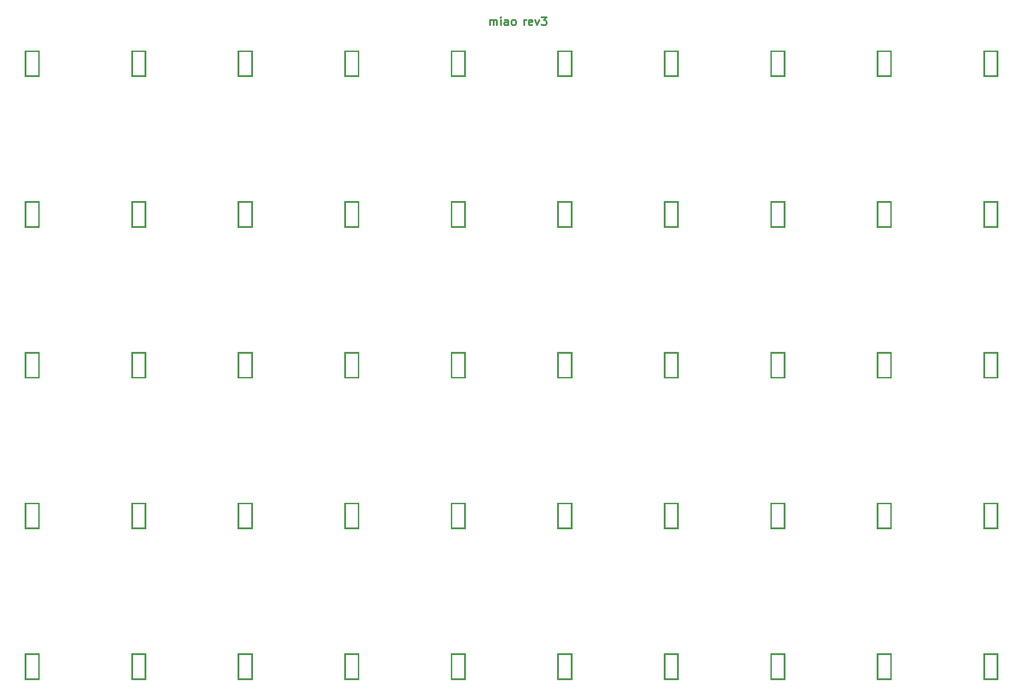
<source format=gto>
G04 #@! TF.GenerationSoftware,KiCad,Pcbnew,7.0.0-da2b9df05c~165~ubuntu22.04.1*
G04 #@! TF.CreationDate,2023-12-10T21:50:17+00:00*
G04 #@! TF.ProjectId,kicad_miao-panel,6b696361-645f-46d6-9961-6f2d70616e65,rev?*
G04 #@! TF.SameCoordinates,Original*
G04 #@! TF.FileFunction,Legend,Top*
G04 #@! TF.FilePolarity,Positive*
%FSLAX46Y46*%
G04 Gerber Fmt 4.6, Leading zero omitted, Abs format (unit mm)*
G04 Created by KiCad (PCBNEW 7.0.0-da2b9df05c~165~ubuntu22.04.1) date 2023-12-10 21:50:17*
%MOMM*%
%LPD*%
G01*
G04 APERTURE LIST*
%ADD10C,0.300000*%
%ADD11C,0.125000*%
G04 APERTURE END LIST*
D10*
X99700000Y143948929D02*
X99700000Y144948929D01*
X99700000Y144806072D02*
X99771429Y144877500D01*
X99771429Y144877500D02*
X99914286Y144948929D01*
X99914286Y144948929D02*
X100128572Y144948929D01*
X100128572Y144948929D02*
X100271429Y144877500D01*
X100271429Y144877500D02*
X100342858Y144734643D01*
X100342858Y144734643D02*
X100342858Y143948929D01*
X100342858Y144734643D02*
X100414286Y144877500D01*
X100414286Y144877500D02*
X100557143Y144948929D01*
X100557143Y144948929D02*
X100771429Y144948929D01*
X100771429Y144948929D02*
X100914286Y144877500D01*
X100914286Y144877500D02*
X100985715Y144734643D01*
X100985715Y144734643D02*
X100985715Y143948929D01*
X101700000Y143948929D02*
X101700000Y144948929D01*
X101700000Y145448929D02*
X101628572Y145377500D01*
X101628572Y145377500D02*
X101700000Y145306072D01*
X101700000Y145306072D02*
X101771429Y145377500D01*
X101771429Y145377500D02*
X101700000Y145448929D01*
X101700000Y145448929D02*
X101700000Y145306072D01*
X103057144Y143948929D02*
X103057144Y144734643D01*
X103057144Y144734643D02*
X102985715Y144877500D01*
X102985715Y144877500D02*
X102842858Y144948929D01*
X102842858Y144948929D02*
X102557144Y144948929D01*
X102557144Y144948929D02*
X102414286Y144877500D01*
X103057144Y144020358D02*
X102914286Y143948929D01*
X102914286Y143948929D02*
X102557144Y143948929D01*
X102557144Y143948929D02*
X102414286Y144020358D01*
X102414286Y144020358D02*
X102342858Y144163215D01*
X102342858Y144163215D02*
X102342858Y144306072D01*
X102342858Y144306072D02*
X102414286Y144448929D01*
X102414286Y144448929D02*
X102557144Y144520358D01*
X102557144Y144520358D02*
X102914286Y144520358D01*
X102914286Y144520358D02*
X103057144Y144591786D01*
X103985715Y143948929D02*
X103842858Y144020358D01*
X103842858Y144020358D02*
X103771429Y144091786D01*
X103771429Y144091786D02*
X103700001Y144234643D01*
X103700001Y144234643D02*
X103700001Y144663215D01*
X103700001Y144663215D02*
X103771429Y144806072D01*
X103771429Y144806072D02*
X103842858Y144877500D01*
X103842858Y144877500D02*
X103985715Y144948929D01*
X103985715Y144948929D02*
X104200001Y144948929D01*
X104200001Y144948929D02*
X104342858Y144877500D01*
X104342858Y144877500D02*
X104414287Y144806072D01*
X104414287Y144806072D02*
X104485715Y144663215D01*
X104485715Y144663215D02*
X104485715Y144234643D01*
X104485715Y144234643D02*
X104414287Y144091786D01*
X104414287Y144091786D02*
X104342858Y144020358D01*
X104342858Y144020358D02*
X104200001Y143948929D01*
X104200001Y143948929D02*
X103985715Y143948929D01*
X106028572Y143948929D02*
X106028572Y144948929D01*
X106028572Y144663215D02*
X106100001Y144806072D01*
X106100001Y144806072D02*
X106171430Y144877500D01*
X106171430Y144877500D02*
X106314287Y144948929D01*
X106314287Y144948929D02*
X106457144Y144948929D01*
X107528572Y144020358D02*
X107385715Y143948929D01*
X107385715Y143948929D02*
X107100001Y143948929D01*
X107100001Y143948929D02*
X106957143Y144020358D01*
X106957143Y144020358D02*
X106885715Y144163215D01*
X106885715Y144163215D02*
X106885715Y144734643D01*
X106885715Y144734643D02*
X106957143Y144877500D01*
X106957143Y144877500D02*
X107100001Y144948929D01*
X107100001Y144948929D02*
X107385715Y144948929D01*
X107385715Y144948929D02*
X107528572Y144877500D01*
X107528572Y144877500D02*
X107600001Y144734643D01*
X107600001Y144734643D02*
X107600001Y144591786D01*
X107600001Y144591786D02*
X106885715Y144448929D01*
X108100000Y144948929D02*
X108457143Y143948929D01*
X108457143Y143948929D02*
X108814286Y144948929D01*
X109242857Y145448929D02*
X110171429Y145448929D01*
X110171429Y145448929D02*
X109671429Y144877500D01*
X109671429Y144877500D02*
X109885714Y144877500D01*
X109885714Y144877500D02*
X110028572Y144806072D01*
X110028572Y144806072D02*
X110100000Y144734643D01*
X110100000Y144734643D02*
X110171429Y144591786D01*
X110171429Y144591786D02*
X110171429Y144234643D01*
X110171429Y144234643D02*
X110100000Y144091786D01*
X110100000Y144091786D02*
X110028572Y144020358D01*
X110028572Y144020358D02*
X109885714Y143948929D01*
X109885714Y143948929D02*
X109457143Y143948929D01*
X109457143Y143948929D02*
X109314286Y144020358D01*
X109314286Y144020358D02*
X109242857Y144091786D01*
D11*
G36*
X16084068Y134329582D02*
G01*
X13270390Y134329582D01*
X13270390Y138956518D01*
X13585952Y138956518D01*
X13585952Y134642213D01*
X15770460Y134642213D01*
X15770460Y138956518D01*
X13585952Y138956518D01*
X13270390Y138956518D01*
X13270390Y139269149D01*
X16084068Y139269149D01*
X16084068Y134329582D01*
G37*
G36*
X35864068Y134329582D02*
G01*
X33050390Y134329582D01*
X33050390Y138956518D01*
X33365952Y138956518D01*
X33365952Y134642213D01*
X35550460Y134642213D01*
X35550460Y138956518D01*
X33365952Y138956518D01*
X33050390Y138956518D01*
X33050390Y139269149D01*
X35864068Y139269149D01*
X35864068Y134329582D01*
G37*
G36*
X55644068Y134329582D02*
G01*
X52830390Y134329582D01*
X52830390Y138956518D01*
X53145952Y138956518D01*
X53145952Y134642213D01*
X55330460Y134642213D01*
X55330460Y138956518D01*
X53145952Y138956518D01*
X52830390Y138956518D01*
X52830390Y139269149D01*
X55644068Y139269149D01*
X55644068Y134329582D01*
G37*
G36*
X75424068Y134329582D02*
G01*
X72610390Y134329582D01*
X72610390Y138956518D01*
X72925952Y138956518D01*
X72925952Y134642213D01*
X75110460Y134642213D01*
X75110460Y138956518D01*
X72925952Y138956518D01*
X72610390Y138956518D01*
X72610390Y139269149D01*
X75424068Y139269149D01*
X75424068Y134329582D01*
G37*
G36*
X95204068Y134329582D02*
G01*
X92390390Y134329582D01*
X92390390Y138956518D01*
X92705952Y138956518D01*
X92705952Y134642213D01*
X94890460Y134642213D01*
X94890460Y138956518D01*
X92705952Y138956518D01*
X92390390Y138956518D01*
X92390390Y139269149D01*
X95204068Y139269149D01*
X95204068Y134329582D01*
G37*
G36*
X114984068Y134329582D02*
G01*
X112170390Y134329582D01*
X112170390Y138956518D01*
X112485952Y138956518D01*
X112485952Y134642213D01*
X114670460Y134642213D01*
X114670460Y138956518D01*
X112485952Y138956518D01*
X112170390Y138956518D01*
X112170390Y139269149D01*
X114984068Y139269149D01*
X114984068Y134329582D01*
G37*
G36*
X134764068Y134329582D02*
G01*
X131950390Y134329582D01*
X131950390Y138956518D01*
X132265952Y138956518D01*
X132265952Y134642213D01*
X134450460Y134642213D01*
X134450460Y138956518D01*
X132265952Y138956518D01*
X131950390Y138956518D01*
X131950390Y139269149D01*
X134764068Y139269149D01*
X134764068Y134329582D01*
G37*
G36*
X154544068Y134329582D02*
G01*
X151730390Y134329582D01*
X151730390Y138956518D01*
X152045952Y138956518D01*
X152045952Y134642213D01*
X154230460Y134642213D01*
X154230460Y138956518D01*
X152045952Y138956518D01*
X151730390Y138956518D01*
X151730390Y139269149D01*
X154544068Y139269149D01*
X154544068Y134329582D01*
G37*
G36*
X174324068Y134329582D02*
G01*
X171510390Y134329582D01*
X171510390Y138956518D01*
X171825952Y138956518D01*
X171825952Y134642213D01*
X174010460Y134642213D01*
X174010460Y138956518D01*
X171825952Y138956518D01*
X171510390Y138956518D01*
X171510390Y139269149D01*
X174324068Y139269149D01*
X174324068Y134329582D01*
G37*
G36*
X194104068Y134329582D02*
G01*
X191290390Y134329582D01*
X191290390Y138956518D01*
X191605952Y138956518D01*
X191605952Y134642213D01*
X193790460Y134642213D01*
X193790460Y138956518D01*
X191605952Y138956518D01*
X191290390Y138956518D01*
X191290390Y139269149D01*
X194104068Y139269149D01*
X194104068Y134329582D01*
G37*
G36*
X16084068Y106329582D02*
G01*
X13270390Y106329582D01*
X13270390Y110956518D01*
X13585952Y110956518D01*
X13585952Y106642213D01*
X15770460Y106642213D01*
X15770460Y110956518D01*
X13585952Y110956518D01*
X13270390Y110956518D01*
X13270390Y111269149D01*
X16084068Y111269149D01*
X16084068Y106329582D01*
G37*
G36*
X35864068Y106329582D02*
G01*
X33050390Y106329582D01*
X33050390Y110956518D01*
X33365952Y110956518D01*
X33365952Y106642213D01*
X35550460Y106642213D01*
X35550460Y110956518D01*
X33365952Y110956518D01*
X33050390Y110956518D01*
X33050390Y111269149D01*
X35864068Y111269149D01*
X35864068Y106329582D01*
G37*
G36*
X55644068Y106329582D02*
G01*
X52830390Y106329582D01*
X52830390Y110956518D01*
X53145952Y110956518D01*
X53145952Y106642213D01*
X55330460Y106642213D01*
X55330460Y110956518D01*
X53145952Y110956518D01*
X52830390Y110956518D01*
X52830390Y111269149D01*
X55644068Y111269149D01*
X55644068Y106329582D01*
G37*
G36*
X75424068Y106329582D02*
G01*
X72610390Y106329582D01*
X72610390Y110956518D01*
X72925952Y110956518D01*
X72925952Y106642213D01*
X75110460Y106642213D01*
X75110460Y110956518D01*
X72925952Y110956518D01*
X72610390Y110956518D01*
X72610390Y111269149D01*
X75424068Y111269149D01*
X75424068Y106329582D01*
G37*
G36*
X95204068Y106329582D02*
G01*
X92390390Y106329582D01*
X92390390Y110956518D01*
X92705952Y110956518D01*
X92705952Y106642213D01*
X94890460Y106642213D01*
X94890460Y110956518D01*
X92705952Y110956518D01*
X92390390Y110956518D01*
X92390390Y111269149D01*
X95204068Y111269149D01*
X95204068Y106329582D01*
G37*
G36*
X114984068Y106329582D02*
G01*
X112170390Y106329582D01*
X112170390Y110956518D01*
X112485952Y110956518D01*
X112485952Y106642213D01*
X114670460Y106642213D01*
X114670460Y110956518D01*
X112485952Y110956518D01*
X112170390Y110956518D01*
X112170390Y111269149D01*
X114984068Y111269149D01*
X114984068Y106329582D01*
G37*
G36*
X134764068Y106329582D02*
G01*
X131950390Y106329582D01*
X131950390Y110956518D01*
X132265952Y110956518D01*
X132265952Y106642213D01*
X134450460Y106642213D01*
X134450460Y110956518D01*
X132265952Y110956518D01*
X131950390Y110956518D01*
X131950390Y111269149D01*
X134764068Y111269149D01*
X134764068Y106329582D01*
G37*
G36*
X154544068Y106329582D02*
G01*
X151730390Y106329582D01*
X151730390Y110956518D01*
X152045952Y110956518D01*
X152045952Y106642213D01*
X154230460Y106642213D01*
X154230460Y110956518D01*
X152045952Y110956518D01*
X151730390Y110956518D01*
X151730390Y111269149D01*
X154544068Y111269149D01*
X154544068Y106329582D01*
G37*
G36*
X174324068Y106329582D02*
G01*
X171510390Y106329582D01*
X171510390Y110956518D01*
X171825952Y110956518D01*
X171825952Y106642213D01*
X174010460Y106642213D01*
X174010460Y110956518D01*
X171825952Y110956518D01*
X171510390Y110956518D01*
X171510390Y111269149D01*
X174324068Y111269149D01*
X174324068Y106329582D01*
G37*
G36*
X194104068Y106329582D02*
G01*
X191290390Y106329582D01*
X191290390Y110956518D01*
X191605952Y110956518D01*
X191605952Y106642213D01*
X193790460Y106642213D01*
X193790460Y110956518D01*
X191605952Y110956518D01*
X191290390Y110956518D01*
X191290390Y111269149D01*
X194104068Y111269149D01*
X194104068Y106329582D01*
G37*
G36*
X16084068Y78329582D02*
G01*
X13270390Y78329582D01*
X13270390Y82956518D01*
X13585952Y82956518D01*
X13585952Y78642213D01*
X15770460Y78642213D01*
X15770460Y82956518D01*
X13585952Y82956518D01*
X13270390Y82956518D01*
X13270390Y83269149D01*
X16084068Y83269149D01*
X16084068Y78329582D01*
G37*
G36*
X35864068Y78329582D02*
G01*
X33050390Y78329582D01*
X33050390Y82956518D01*
X33365952Y82956518D01*
X33365952Y78642213D01*
X35550460Y78642213D01*
X35550460Y82956518D01*
X33365952Y82956518D01*
X33050390Y82956518D01*
X33050390Y83269149D01*
X35864068Y83269149D01*
X35864068Y78329582D01*
G37*
G36*
X55644068Y78329582D02*
G01*
X52830390Y78329582D01*
X52830390Y82956518D01*
X53145952Y82956518D01*
X53145952Y78642213D01*
X55330460Y78642213D01*
X55330460Y82956518D01*
X53145952Y82956518D01*
X52830390Y82956518D01*
X52830390Y83269149D01*
X55644068Y83269149D01*
X55644068Y78329582D01*
G37*
G36*
X75424068Y78329582D02*
G01*
X72610390Y78329582D01*
X72610390Y82956518D01*
X72925952Y82956518D01*
X72925952Y78642213D01*
X75110460Y78642213D01*
X75110460Y82956518D01*
X72925952Y82956518D01*
X72610390Y82956518D01*
X72610390Y83269149D01*
X75424068Y83269149D01*
X75424068Y78329582D01*
G37*
G36*
X95204068Y78329582D02*
G01*
X92390390Y78329582D01*
X92390390Y82956518D01*
X92705952Y82956518D01*
X92705952Y78642213D01*
X94890460Y78642213D01*
X94890460Y82956518D01*
X92705952Y82956518D01*
X92390390Y82956518D01*
X92390390Y83269149D01*
X95204068Y83269149D01*
X95204068Y78329582D01*
G37*
G36*
X114984068Y78329582D02*
G01*
X112170390Y78329582D01*
X112170390Y82956518D01*
X112485952Y82956518D01*
X112485952Y78642213D01*
X114670460Y78642213D01*
X114670460Y82956518D01*
X112485952Y82956518D01*
X112170390Y82956518D01*
X112170390Y83269149D01*
X114984068Y83269149D01*
X114984068Y78329582D01*
G37*
G36*
X134764068Y78329582D02*
G01*
X131950390Y78329582D01*
X131950390Y82956518D01*
X132265952Y82956518D01*
X132265952Y78642213D01*
X134450460Y78642213D01*
X134450460Y82956518D01*
X132265952Y82956518D01*
X131950390Y82956518D01*
X131950390Y83269149D01*
X134764068Y83269149D01*
X134764068Y78329582D01*
G37*
G36*
X154544068Y78329582D02*
G01*
X151730390Y78329582D01*
X151730390Y82956518D01*
X152045952Y82956518D01*
X152045952Y78642213D01*
X154230460Y78642213D01*
X154230460Y82956518D01*
X152045952Y82956518D01*
X151730390Y82956518D01*
X151730390Y83269149D01*
X154544068Y83269149D01*
X154544068Y78329582D01*
G37*
G36*
X174324068Y78329582D02*
G01*
X171510390Y78329582D01*
X171510390Y82956518D01*
X171825952Y82956518D01*
X171825952Y78642213D01*
X174010460Y78642213D01*
X174010460Y82956518D01*
X171825952Y82956518D01*
X171510390Y82956518D01*
X171510390Y83269149D01*
X174324068Y83269149D01*
X174324068Y78329582D01*
G37*
G36*
X194104068Y78329582D02*
G01*
X191290390Y78329582D01*
X191290390Y82956518D01*
X191605952Y82956518D01*
X191605952Y78642213D01*
X193790460Y78642213D01*
X193790460Y82956518D01*
X191605952Y82956518D01*
X191290390Y82956518D01*
X191290390Y83269149D01*
X194104068Y83269149D01*
X194104068Y78329582D01*
G37*
G36*
X16084068Y50329582D02*
G01*
X13270390Y50329582D01*
X13270390Y54956518D01*
X13585952Y54956518D01*
X13585952Y50642213D01*
X15770460Y50642213D01*
X15770460Y54956518D01*
X13585952Y54956518D01*
X13270390Y54956518D01*
X13270390Y55269149D01*
X16084068Y55269149D01*
X16084068Y50329582D01*
G37*
G36*
X35864068Y50329582D02*
G01*
X33050390Y50329582D01*
X33050390Y54956518D01*
X33365952Y54956518D01*
X33365952Y50642213D01*
X35550460Y50642213D01*
X35550460Y54956518D01*
X33365952Y54956518D01*
X33050390Y54956518D01*
X33050390Y55269149D01*
X35864068Y55269149D01*
X35864068Y50329582D01*
G37*
G36*
X55644068Y50329582D02*
G01*
X52830390Y50329582D01*
X52830390Y54956518D01*
X53145952Y54956518D01*
X53145952Y50642213D01*
X55330460Y50642213D01*
X55330460Y54956518D01*
X53145952Y54956518D01*
X52830390Y54956518D01*
X52830390Y55269149D01*
X55644068Y55269149D01*
X55644068Y50329582D01*
G37*
G36*
X75424068Y50329582D02*
G01*
X72610390Y50329582D01*
X72610390Y54956518D01*
X72925952Y54956518D01*
X72925952Y50642213D01*
X75110460Y50642213D01*
X75110460Y54956518D01*
X72925952Y54956518D01*
X72610390Y54956518D01*
X72610390Y55269149D01*
X75424068Y55269149D01*
X75424068Y50329582D01*
G37*
G36*
X95204068Y50329582D02*
G01*
X92390390Y50329582D01*
X92390390Y54956518D01*
X92705952Y54956518D01*
X92705952Y50642213D01*
X94890460Y50642213D01*
X94890460Y54956518D01*
X92705952Y54956518D01*
X92390390Y54956518D01*
X92390390Y55269149D01*
X95204068Y55269149D01*
X95204068Y50329582D01*
G37*
G36*
X114984068Y50329582D02*
G01*
X112170390Y50329582D01*
X112170390Y54956518D01*
X112485952Y54956518D01*
X112485952Y50642213D01*
X114670460Y50642213D01*
X114670460Y54956518D01*
X112485952Y54956518D01*
X112170390Y54956518D01*
X112170390Y55269149D01*
X114984068Y55269149D01*
X114984068Y50329582D01*
G37*
G36*
X134764068Y50329582D02*
G01*
X131950390Y50329582D01*
X131950390Y54956518D01*
X132265952Y54956518D01*
X132265952Y50642213D01*
X134450460Y50642213D01*
X134450460Y54956518D01*
X132265952Y54956518D01*
X131950390Y54956518D01*
X131950390Y55269149D01*
X134764068Y55269149D01*
X134764068Y50329582D01*
G37*
G36*
X154544068Y50329582D02*
G01*
X151730390Y50329582D01*
X151730390Y54956518D01*
X152045952Y54956518D01*
X152045952Y50642213D01*
X154230460Y50642213D01*
X154230460Y54956518D01*
X152045952Y54956518D01*
X151730390Y54956518D01*
X151730390Y55269149D01*
X154544068Y55269149D01*
X154544068Y50329582D01*
G37*
G36*
X174324068Y50329582D02*
G01*
X171510390Y50329582D01*
X171510390Y54956518D01*
X171825952Y54956518D01*
X171825952Y50642213D01*
X174010460Y50642213D01*
X174010460Y54956518D01*
X171825952Y54956518D01*
X171510390Y54956518D01*
X171510390Y55269149D01*
X174324068Y55269149D01*
X174324068Y50329582D01*
G37*
G36*
X194104068Y50329582D02*
G01*
X191290390Y50329582D01*
X191290390Y54956518D01*
X191605952Y54956518D01*
X191605952Y50642213D01*
X193790460Y50642213D01*
X193790460Y54956518D01*
X191605952Y54956518D01*
X191290390Y54956518D01*
X191290390Y55269149D01*
X194104068Y55269149D01*
X194104068Y50329582D01*
G37*
G36*
X16084068Y22329582D02*
G01*
X13270390Y22329582D01*
X13270390Y26956518D01*
X13585952Y26956518D01*
X13585952Y22642213D01*
X15770460Y22642213D01*
X15770460Y26956518D01*
X13585952Y26956518D01*
X13270390Y26956518D01*
X13270390Y27269149D01*
X16084068Y27269149D01*
X16084068Y22329582D01*
G37*
G36*
X35864068Y22329582D02*
G01*
X33050390Y22329582D01*
X33050390Y26956518D01*
X33365952Y26956518D01*
X33365952Y22642213D01*
X35550460Y22642213D01*
X35550460Y26956518D01*
X33365952Y26956518D01*
X33050390Y26956518D01*
X33050390Y27269149D01*
X35864068Y27269149D01*
X35864068Y22329582D01*
G37*
G36*
X55644068Y22329582D02*
G01*
X52830390Y22329582D01*
X52830390Y26956518D01*
X53145952Y26956518D01*
X53145952Y22642213D01*
X55330460Y22642213D01*
X55330460Y26956518D01*
X53145952Y26956518D01*
X52830390Y26956518D01*
X52830390Y27269149D01*
X55644068Y27269149D01*
X55644068Y22329582D01*
G37*
G36*
X75424068Y22329582D02*
G01*
X72610390Y22329582D01*
X72610390Y26956518D01*
X72925952Y26956518D01*
X72925952Y22642213D01*
X75110460Y22642213D01*
X75110460Y26956518D01*
X72925952Y26956518D01*
X72610390Y26956518D01*
X72610390Y27269149D01*
X75424068Y27269149D01*
X75424068Y22329582D01*
G37*
G36*
X95204068Y22329582D02*
G01*
X92390390Y22329582D01*
X92390390Y26956518D01*
X92705952Y26956518D01*
X92705952Y22642213D01*
X94890460Y22642213D01*
X94890460Y26956518D01*
X92705952Y26956518D01*
X92390390Y26956518D01*
X92390390Y27269149D01*
X95204068Y27269149D01*
X95204068Y22329582D01*
G37*
G36*
X114984068Y22329582D02*
G01*
X112170390Y22329582D01*
X112170390Y26956518D01*
X112485952Y26956518D01*
X112485952Y22642213D01*
X114670460Y22642213D01*
X114670460Y26956518D01*
X112485952Y26956518D01*
X112170390Y26956518D01*
X112170390Y27269149D01*
X114984068Y27269149D01*
X114984068Y22329582D01*
G37*
G36*
X134764068Y22329582D02*
G01*
X131950390Y22329582D01*
X131950390Y26956518D01*
X132265952Y26956518D01*
X132265952Y22642213D01*
X134450460Y22642213D01*
X134450460Y26956518D01*
X132265952Y26956518D01*
X131950390Y26956518D01*
X131950390Y27269149D01*
X134764068Y27269149D01*
X134764068Y22329582D01*
G37*
G36*
X154544068Y22329582D02*
G01*
X151730390Y22329582D01*
X151730390Y26956518D01*
X152045952Y26956518D01*
X152045952Y22642213D01*
X154230460Y22642213D01*
X154230460Y26956518D01*
X152045952Y26956518D01*
X151730390Y26956518D01*
X151730390Y27269149D01*
X154544068Y27269149D01*
X154544068Y22329582D01*
G37*
G36*
X174324068Y22329582D02*
G01*
X171510390Y22329582D01*
X171510390Y26956518D01*
X171825952Y26956518D01*
X171825952Y22642213D01*
X174010460Y22642213D01*
X174010460Y26956518D01*
X171825952Y26956518D01*
X171510390Y26956518D01*
X171510390Y27269149D01*
X174324068Y27269149D01*
X174324068Y22329582D01*
G37*
G36*
X194104068Y22329582D02*
G01*
X191290390Y22329582D01*
X191290390Y26956518D01*
X191605952Y26956518D01*
X191605952Y22642213D01*
X193790460Y22642213D01*
X193790460Y26956518D01*
X191605952Y26956518D01*
X191290390Y26956518D01*
X191290390Y27269149D01*
X194104068Y27269149D01*
X194104068Y22329582D01*
G37*
M02*

</source>
